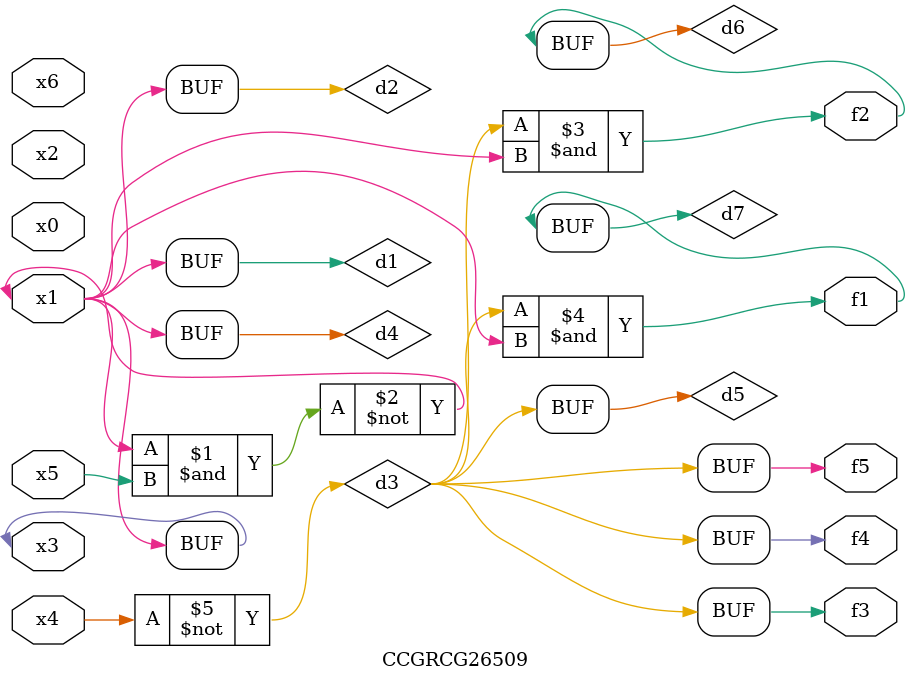
<source format=v>
module CCGRCG26509(
	input x0, x1, x2, x3, x4, x5, x6,
	output f1, f2, f3, f4, f5
);

	wire d1, d2, d3, d4, d5, d6, d7;

	buf (d1, x1, x3);
	nand (d2, x1, x5);
	not (d3, x4);
	buf (d4, d1, d2);
	buf (d5, d3);
	and (d6, d3, d4);
	and (d7, d3, d4);
	assign f1 = d7;
	assign f2 = d6;
	assign f3 = d5;
	assign f4 = d5;
	assign f5 = d5;
endmodule

</source>
